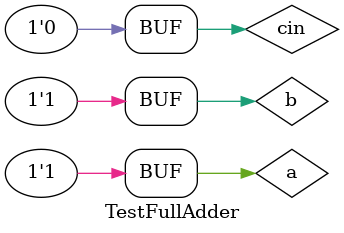
<source format=v>
`timescale 1ns / 1ps


module TestFullAdder;

	// Inputs
	reg a;
	reg b;
	reg cin;

	// Outputs
	wire sum;
	wire cout;

	// Instantiate the Unit Under Test (UUT)
	FullAdder uut (
		.a(a), 
		.b(b), 
		.cin(cin), 
		.sum(sum), 
		.cout(cout)
	);

	initial begin
		// Initialize Inputs
		a = 0;
		b = 0;
		cin = 0;

		// Wait 100 ns for global reset to finish
		#100;
        a = 1;
		b = 1;
		cin = 0;
		// Add stimulus here

	end
      
endmodule


</source>
